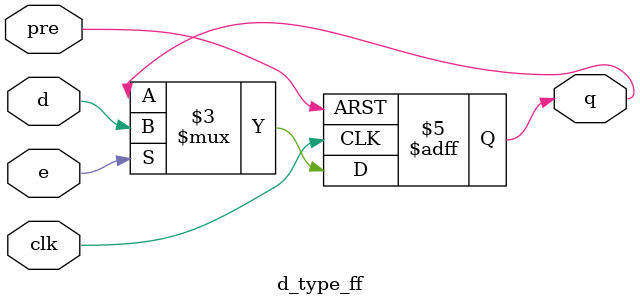
<source format=v>
module d_type_ff(d, e, clk, pre, q);
    input d, e, clk, pre;
    output reg q;
    always@(posedge clk, negedge pre) begin
        if(~pre)
            q <= 1;
        else if(e)
            q <= d;
    end
endmodule
</source>
